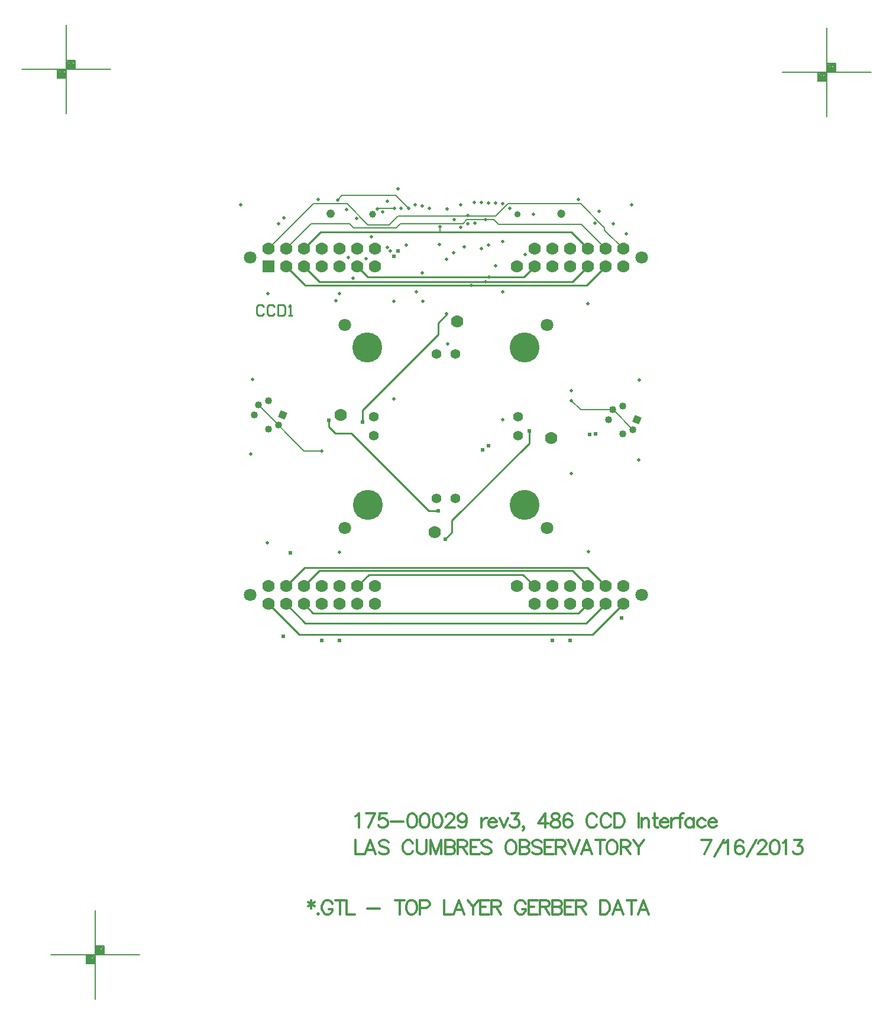
<source format=gtl>
%FSLAX23Y23*%
%MOIN*%
G70*
G01*
G75*
G04 Layer_Physical_Order=1*
G04 Layer_Color=255*
%ADD10C,0.008*%
%ADD11C,0.010*%
%ADD12C,0.010*%
%ADD13C,0.012*%
%ADD14C,0.012*%
%ADD15C,0.012*%
%ADD16P,0.057X4X202.5*%
%ADD17C,0.040*%
%ADD18C,0.070*%
%ADD19R,0.070X0.070*%
%ADD20C,0.055*%
%ADD21C,0.035*%
%ADD22C,0.039*%
%ADD23C,0.071*%
%ADD24C,0.169*%
%ADD25C,0.047*%
%ADD26C,0.048*%
%ADD27C,0.020*%
%ADD28C,0.024*%
D10*
X20394Y17518D02*
X20608D01*
X20595Y17629D02*
X20712Y17512D01*
X20405Y17629D02*
X20595D01*
X20152Y17376D02*
X20405Y17629D01*
X20834Y17512D02*
X20883Y17561D01*
X20712Y17512D02*
X20834D01*
X20883Y17561D02*
X21434D01*
X20895Y17518D02*
X21248D01*
X20872Y17495D02*
X20895Y17518D01*
X20631Y17495D02*
X20872D01*
X20608Y17518D02*
X20631Y17495D01*
X20869Y17676D02*
X20941Y17605D01*
X20567Y17676D02*
X20869D01*
X20541Y17650D02*
X20567Y17676D01*
X21504Y17631D02*
X21911D01*
X21434Y17561D02*
X21504Y17631D01*
X21911D02*
X22047Y17495D01*
X21915Y17514D02*
X22052Y17376D01*
X21269Y17539D02*
X21424D01*
X21449Y17514D01*
X21119Y17470D02*
Y17500D01*
X20354Y16238D02*
X20451D01*
X20252Y17376D02*
X20394Y17518D01*
X21248D02*
X21269Y17539D01*
X22047Y17482D02*
X22152Y17376D01*
X22047Y17482D02*
Y17495D01*
X21449Y17514D02*
X21915D01*
X20771Y17605D02*
X20862D01*
X20767Y17601D02*
X20771Y17605D01*
X22095Y16469D02*
X22207Y16357D01*
X21858Y16522D02*
X21911Y16469D01*
X22093D01*
X20096Y16496D02*
X20354Y16238D01*
X18927Y13402D02*
X19427D01*
X19177Y13152D02*
Y13652D01*
X19227Y13402D02*
Y13452D01*
X19177D02*
X19227D01*
X19127Y13352D02*
Y13402D01*
Y13352D02*
X19177D01*
X19132Y13397D02*
X19172D01*
X19132Y13357D02*
Y13397D01*
Y13357D02*
X19172D01*
Y13397D01*
X19137Y13392D02*
X19167D01*
X19137Y13362D02*
Y13392D01*
Y13362D02*
X19167D01*
Y13387D01*
X19142D02*
X19162D01*
X19142Y13367D02*
Y13387D01*
Y13367D02*
X19162D01*
Y13382D01*
X19147D02*
X19157D01*
X19147Y13372D02*
Y13382D01*
Y13372D02*
X19157D01*
Y13382D01*
X19147Y13377D02*
X19157D01*
X19182Y13447D02*
X19222D01*
X19182Y13407D02*
Y13447D01*
Y13407D02*
X19222D01*
Y13447D01*
X19187Y13442D02*
X19217D01*
X19187Y13412D02*
Y13442D01*
Y13412D02*
X19217D01*
Y13437D01*
X19192D02*
X19212D01*
X19192Y13417D02*
Y13437D01*
Y13417D02*
X19212D01*
Y13432D01*
X19197D02*
X19207D01*
X19197Y13422D02*
Y13432D01*
Y13422D02*
X19207D01*
Y13432D01*
X19197Y13427D02*
X19207D01*
X18763Y18387D02*
X19263D01*
X19013Y18137D02*
Y18637D01*
X19063Y18387D02*
Y18437D01*
X19013D02*
X19063D01*
X18963Y18337D02*
Y18387D01*
Y18337D02*
X19013D01*
X18968Y18382D02*
X19008D01*
X18968Y18342D02*
Y18382D01*
Y18342D02*
X19008D01*
Y18382D01*
X18973Y18377D02*
X19003D01*
X18973Y18347D02*
Y18377D01*
Y18347D02*
X19003D01*
Y18372D01*
X18978D02*
X18998D01*
X18978Y18352D02*
Y18372D01*
Y18352D02*
X18998D01*
Y18367D01*
X18983D02*
X18993D01*
X18983Y18357D02*
Y18367D01*
Y18357D02*
X18993D01*
Y18367D01*
X18983Y18362D02*
X18993D01*
X19018Y18432D02*
X19058D01*
X19018Y18392D02*
Y18432D01*
Y18392D02*
X19058D01*
Y18432D01*
X19023Y18427D02*
X19053D01*
X19023Y18397D02*
Y18427D01*
Y18397D02*
X19053D01*
Y18422D01*
X19028D02*
X19048D01*
X19028Y18402D02*
Y18422D01*
Y18402D02*
X19048D01*
Y18417D01*
X19033D02*
X19043D01*
X19033Y18407D02*
Y18417D01*
Y18407D02*
X19043D01*
Y18417D01*
X19033Y18412D02*
X19043D01*
X23049Y18371D02*
X23549D01*
X23299Y18121D02*
Y18621D01*
X23349Y18371D02*
Y18421D01*
X23299D02*
X23349D01*
X23249Y18321D02*
Y18371D01*
Y18321D02*
X23299D01*
X23254Y18366D02*
X23294D01*
X23254Y18326D02*
Y18366D01*
Y18326D02*
X23294D01*
Y18366D01*
X23259Y18361D02*
X23289D01*
X23259Y18331D02*
Y18361D01*
Y18331D02*
X23289D01*
Y18356D01*
X23264D02*
X23284D01*
X23264Y18336D02*
Y18356D01*
Y18336D02*
X23284D01*
Y18351D01*
X23269D02*
X23279D01*
X23269Y18341D02*
Y18351D01*
Y18341D02*
X23279D01*
Y18351D01*
X23269Y18346D02*
X23279D01*
X23304Y18416D02*
X23344D01*
X23304Y18376D02*
Y18416D01*
Y18376D02*
X23344D01*
Y18416D01*
X23309Y18411D02*
X23339D01*
X23309Y18381D02*
Y18411D01*
Y18381D02*
X23339D01*
Y18406D01*
X23314D02*
X23334D01*
X23314Y18386D02*
Y18406D01*
Y18386D02*
X23334D01*
Y18401D01*
X23319D02*
X23329D01*
X23319Y18391D02*
Y18401D01*
Y18391D02*
X23329D01*
Y18401D01*
X23319Y18396D02*
X23329D01*
D11*
X20529Y16337D02*
X20620D01*
X20491Y16375D02*
X20529Y16337D01*
X20491Y16375D02*
Y16411D01*
X20620Y16337D02*
X21056Y15900D01*
X21187Y15846D02*
X21623Y16282D01*
X21187Y15779D02*
Y15846D01*
X21150Y15742D02*
X21187Y15779D01*
X21108Y16895D02*
Y16958D01*
X20681Y16468D02*
X21108Y16895D01*
X20681Y16402D02*
Y16468D01*
X21623Y16282D02*
Y16351D01*
X21056Y15900D02*
X21110D01*
X21900Y15324D02*
X21952Y15376D01*
X20404Y15324D02*
X21900D01*
X20352Y15376D02*
X20404Y15324D01*
X20152Y15376D02*
X20325Y15203D01*
X21979D01*
X22152Y15376D01*
X20252D02*
X20360Y15268D01*
X21944D01*
X22052Y15376D01*
X20352Y17376D02*
X20446Y17470D01*
X21858D02*
X21952Y17376D01*
X20752Y17276D02*
X20760Y17284D01*
X20446Y17470D02*
X21119D01*
X21858D01*
X20652Y15476D02*
X20718Y15542D01*
X21586D01*
X21652Y15476D01*
X20352D02*
X20439Y15563D01*
X21866D01*
X21952Y15476D01*
X20252D02*
X20357Y15581D01*
X21948D01*
X22052Y15476D01*
X20352Y17276D02*
X20440Y17189D01*
X21865D02*
X21952Y17276D01*
X20252D02*
X20358Y17171D01*
X21947D02*
X22052Y17276D01*
X20652D02*
X20713Y17216D01*
X21592D02*
X21652Y17276D01*
X20713Y17216D02*
X21395D01*
X21592D01*
X20440Y17189D02*
X21865D01*
X20358Y17171D02*
X21947D01*
X21108Y16958D02*
X21159Y17009D01*
D12*
X20126Y17052D02*
X20116Y17062D01*
X20096D01*
X20086Y17052D01*
Y17012D01*
X20096Y17002D01*
X20116D01*
X20126Y17012D01*
X20186Y17052D02*
X20176Y17062D01*
X20156D01*
X20146Y17052D01*
Y17012D01*
X20156Y17002D01*
X20176D01*
X20186Y17012D01*
X20206Y17062D02*
Y17002D01*
X20236D01*
X20246Y17012D01*
Y17052D01*
X20236Y17062D01*
X20206D01*
X20266Y17002D02*
X20286D01*
X20276D01*
Y17062D01*
X20266Y17052D01*
D13*
X20394Y13707D02*
Y13662D01*
X20375Y13696D02*
X20413Y13673D01*
Y13696D02*
X20375Y13673D01*
X20433Y13635D02*
X20429Y13631D01*
X20433Y13627D01*
X20437Y13631D01*
X20433Y13635D01*
X20511Y13688D02*
X20508Y13696D01*
X20500Y13703D01*
X20492Y13707D01*
X20477D01*
X20470Y13703D01*
X20462Y13696D01*
X20458Y13688D01*
X20454Y13677D01*
Y13658D01*
X20458Y13646D01*
X20462Y13639D01*
X20470Y13631D01*
X20477Y13627D01*
X20492D01*
X20500Y13631D01*
X20508Y13639D01*
X20511Y13646D01*
Y13658D01*
X20492D02*
X20511D01*
X20556Y13707D02*
Y13627D01*
X20530Y13707D02*
X20583D01*
X20593D02*
Y13627D01*
X20638D01*
X20710Y13662D02*
X20778D01*
X20892Y13707D02*
Y13627D01*
X20865Y13707D02*
X20918D01*
X20951D02*
X20943Y13703D01*
X20935Y13696D01*
X20932Y13688D01*
X20928Y13677D01*
Y13658D01*
X20932Y13646D01*
X20935Y13639D01*
X20943Y13631D01*
X20951Y13627D01*
X20966D01*
X20973Y13631D01*
X20981Y13639D01*
X20985Y13646D01*
X20989Y13658D01*
Y13677D01*
X20985Y13688D01*
X20981Y13696D01*
X20973Y13703D01*
X20966Y13707D01*
X20951D01*
X21007Y13665D02*
X21042D01*
X21053Y13669D01*
X21057Y13673D01*
X21061Y13681D01*
Y13692D01*
X21057Y13700D01*
X21053Y13703D01*
X21042Y13707D01*
X21007D01*
Y13627D01*
X21141Y13707D02*
Y13627D01*
X21187D01*
X21257D02*
X21226Y13707D01*
X21196Y13627D01*
X21207Y13654D02*
X21245D01*
X21276Y13707D02*
X21306Y13669D01*
Y13627D01*
X21336Y13707D02*
X21306Y13669D01*
X21396Y13707D02*
X21347D01*
Y13627D01*
X21396D01*
X21347Y13669D02*
X21377D01*
X21410Y13707D02*
Y13627D01*
Y13707D02*
X21444D01*
X21455Y13703D01*
X21459Y13700D01*
X21463Y13692D01*
Y13684D01*
X21459Y13677D01*
X21455Y13673D01*
X21444Y13669D01*
X21410D01*
X21436D02*
X21463Y13627D01*
X21601Y13688D02*
X21597Y13696D01*
X21589Y13703D01*
X21582Y13707D01*
X21567D01*
X21559Y13703D01*
X21551Y13696D01*
X21547Y13688D01*
X21544Y13677D01*
Y13658D01*
X21547Y13646D01*
X21551Y13639D01*
X21559Y13631D01*
X21567Y13627D01*
X21582D01*
X21589Y13631D01*
X21597Y13639D01*
X21601Y13646D01*
Y13658D01*
X21582D02*
X21601D01*
X21669Y13707D02*
X21619D01*
Y13627D01*
X21669D01*
X21619Y13669D02*
X21650D01*
X21682Y13707D02*
Y13627D01*
Y13707D02*
X21716D01*
X21728Y13703D01*
X21731Y13700D01*
X21735Y13692D01*
Y13684D01*
X21731Y13677D01*
X21728Y13673D01*
X21716Y13669D01*
X21682D01*
X21709D02*
X21735Y13627D01*
X21753Y13707D02*
Y13627D01*
Y13707D02*
X21787D01*
X21799Y13703D01*
X21803Y13700D01*
X21806Y13692D01*
Y13684D01*
X21803Y13677D01*
X21799Y13673D01*
X21787Y13669D01*
X21753D02*
X21787D01*
X21799Y13665D01*
X21803Y13662D01*
X21806Y13654D01*
Y13643D01*
X21803Y13635D01*
X21799Y13631D01*
X21787Y13627D01*
X21753D01*
X21874Y13707D02*
X21824D01*
Y13627D01*
X21874D01*
X21824Y13669D02*
X21855D01*
X21887Y13707D02*
Y13627D01*
Y13707D02*
X21921D01*
X21933Y13703D01*
X21937Y13700D01*
X21941Y13692D01*
Y13684D01*
X21937Y13677D01*
X21933Y13673D01*
X21921Y13669D01*
X21887D01*
X21914D02*
X21941Y13627D01*
X22021Y13707D02*
Y13627D01*
Y13707D02*
X22048D01*
X22059Y13703D01*
X22067Y13696D01*
X22071Y13688D01*
X22075Y13677D01*
Y13658D01*
X22071Y13646D01*
X22067Y13639D01*
X22059Y13631D01*
X22048Y13627D01*
X22021D01*
X22153D02*
X22123Y13707D01*
X22092Y13627D01*
X22104Y13654D02*
X22142D01*
X22199Y13707D02*
Y13627D01*
X22172Y13707D02*
X22225D01*
X22296Y13627D02*
X22265Y13707D01*
X22235Y13627D01*
X22246Y13654D02*
X22284D01*
D14*
X20642Y14046D02*
Y13966D01*
X20688D01*
X20757D02*
X20727Y14046D01*
X20697Y13966D01*
X20708Y13992D02*
X20746D01*
X20829Y14034D02*
X20822Y14042D01*
X20810Y14046D01*
X20795D01*
X20784Y14042D01*
X20776Y14034D01*
Y14026D01*
X20780Y14019D01*
X20784Y14015D01*
X20791Y14011D01*
X20814Y14004D01*
X20822Y14000D01*
X20826Y13996D01*
X20829Y13988D01*
Y13977D01*
X20822Y13969D01*
X20810Y13966D01*
X20795D01*
X20784Y13969D01*
X20776Y13977D01*
X20967Y14026D02*
X20964Y14034D01*
X20956Y14042D01*
X20948Y14046D01*
X20933D01*
X20925Y14042D01*
X20918Y14034D01*
X20914Y14026D01*
X20910Y14015D01*
Y13996D01*
X20914Y13985D01*
X20918Y13977D01*
X20925Y13969D01*
X20933Y13966D01*
X20948D01*
X20956Y13969D01*
X20964Y13977D01*
X20967Y13985D01*
X20990Y14046D02*
Y13988D01*
X20994Y13977D01*
X21001Y13969D01*
X21013Y13966D01*
X21020D01*
X21032Y13969D01*
X21039Y13977D01*
X21043Y13988D01*
Y14046D01*
X21065D02*
Y13966D01*
Y14046D02*
X21096Y13966D01*
X21126Y14046D02*
X21096Y13966D01*
X21126Y14046D02*
Y13966D01*
X21149Y14046D02*
Y13966D01*
Y14046D02*
X21183D01*
X21195Y14042D01*
X21198Y14038D01*
X21202Y14030D01*
Y14023D01*
X21198Y14015D01*
X21195Y14011D01*
X21183Y14007D01*
X21149D02*
X21183D01*
X21195Y14004D01*
X21198Y14000D01*
X21202Y13992D01*
Y13981D01*
X21198Y13973D01*
X21195Y13969D01*
X21183Y13966D01*
X21149D01*
X21220Y14046D02*
Y13966D01*
Y14046D02*
X21254D01*
X21266Y14042D01*
X21270Y14038D01*
X21274Y14030D01*
Y14023D01*
X21270Y14015D01*
X21266Y14011D01*
X21254Y14007D01*
X21220D01*
X21247D02*
X21274Y13966D01*
X21341Y14046D02*
X21291D01*
Y13966D01*
X21341D01*
X21291Y14007D02*
X21322D01*
X21408Y14034D02*
X21400Y14042D01*
X21389Y14046D01*
X21373D01*
X21362Y14042D01*
X21354Y14034D01*
Y14026D01*
X21358Y14019D01*
X21362Y14015D01*
X21370Y14011D01*
X21392Y14004D01*
X21400Y14000D01*
X21404Y13996D01*
X21408Y13988D01*
Y13977D01*
X21400Y13969D01*
X21389Y13966D01*
X21373D01*
X21362Y13969D01*
X21354Y13977D01*
X21511Y14046D02*
X21504Y14042D01*
X21496Y14034D01*
X21492Y14026D01*
X21488Y14015D01*
Y13996D01*
X21492Y13985D01*
X21496Y13977D01*
X21504Y13969D01*
X21511Y13966D01*
X21526D01*
X21534Y13969D01*
X21542Y13977D01*
X21545Y13985D01*
X21549Y13996D01*
Y14015D01*
X21545Y14026D01*
X21542Y14034D01*
X21534Y14042D01*
X21526Y14046D01*
X21511D01*
X21568D02*
Y13966D01*
Y14046D02*
X21602D01*
X21614Y14042D01*
X21617Y14038D01*
X21621Y14030D01*
Y14023D01*
X21617Y14015D01*
X21614Y14011D01*
X21602Y14007D01*
X21568D02*
X21602D01*
X21614Y14004D01*
X21617Y14000D01*
X21621Y13992D01*
Y13981D01*
X21617Y13973D01*
X21614Y13969D01*
X21602Y13966D01*
X21568D01*
X21692Y14034D02*
X21685Y14042D01*
X21673Y14046D01*
X21658D01*
X21647Y14042D01*
X21639Y14034D01*
Y14026D01*
X21643Y14019D01*
X21647Y14015D01*
X21654Y14011D01*
X21677Y14004D01*
X21685Y14000D01*
X21689Y13996D01*
X21692Y13988D01*
Y13977D01*
X21685Y13969D01*
X21673Y13966D01*
X21658D01*
X21647Y13969D01*
X21639Y13977D01*
X21760Y14046D02*
X21710D01*
Y13966D01*
X21760D01*
X21710Y14007D02*
X21741D01*
X21773Y14046D02*
Y13966D01*
Y14046D02*
X21808D01*
X21819Y14042D01*
X21823Y14038D01*
X21827Y14030D01*
Y14023D01*
X21823Y14015D01*
X21819Y14011D01*
X21808Y14007D01*
X21773D01*
X21800D02*
X21827Y13966D01*
X21844Y14046D02*
X21875Y13966D01*
X21905Y14046D02*
X21875Y13966D01*
X21977D02*
X21946Y14046D01*
X21916Y13966D01*
X21927Y13992D02*
X21965D01*
X22022Y14046D02*
Y13966D01*
X21995Y14046D02*
X22049D01*
X22081D02*
X22073Y14042D01*
X22066Y14034D01*
X22062Y14026D01*
X22058Y14015D01*
Y13996D01*
X22062Y13985D01*
X22066Y13977D01*
X22073Y13969D01*
X22081Y13966D01*
X22096D01*
X22104Y13969D01*
X22111Y13977D01*
X22115Y13985D01*
X22119Y13996D01*
Y14015D01*
X22115Y14026D01*
X22111Y14034D01*
X22104Y14042D01*
X22096Y14046D01*
X22081D01*
X22138D02*
Y13966D01*
Y14046D02*
X22172D01*
X22183Y14042D01*
X22187Y14038D01*
X22191Y14030D01*
Y14023D01*
X22187Y14015D01*
X22183Y14011D01*
X22172Y14007D01*
X22138D01*
X22164D02*
X22191Y13966D01*
X22209Y14046D02*
X22239Y14007D01*
Y13966D01*
X22270Y14046D02*
X22239Y14007D01*
X22648Y14046D02*
X22610Y13966D01*
X22594Y14046D02*
X22648D01*
X22666Y13954D02*
X22719Y14046D01*
X22724Y14030D02*
X22732Y14034D01*
X22743Y14046D01*
Y13966D01*
X22829Y14034D02*
X22825Y14042D01*
X22813Y14046D01*
X22806D01*
X22794Y14042D01*
X22787Y14030D01*
X22783Y14011D01*
Y13992D01*
X22787Y13977D01*
X22794Y13969D01*
X22806Y13966D01*
X22810D01*
X22821Y13969D01*
X22829Y13977D01*
X22832Y13988D01*
Y13992D01*
X22829Y14004D01*
X22821Y14011D01*
X22810Y14015D01*
X22806D01*
X22794Y14011D01*
X22787Y14004D01*
X22783Y13992D01*
X22850Y13954D02*
X22903Y14046D01*
X22912Y14026D02*
Y14030D01*
X22916Y14038D01*
X22920Y14042D01*
X22928Y14046D01*
X22943D01*
X22951Y14042D01*
X22954Y14038D01*
X22958Y14030D01*
Y14023D01*
X22954Y14015D01*
X22947Y14004D01*
X22909Y13966D01*
X22962D01*
X23003Y14046D02*
X22991Y14042D01*
X22984Y14030D01*
X22980Y14011D01*
Y14000D01*
X22984Y13981D01*
X22991Y13969D01*
X23003Y13966D01*
X23010D01*
X23022Y13969D01*
X23029Y13981D01*
X23033Y14000D01*
Y14011D01*
X23029Y14030D01*
X23022Y14042D01*
X23010Y14046D01*
X23003D01*
X23051Y14030D02*
X23059Y14034D01*
X23070Y14046D01*
Y13966D01*
X23117Y14046D02*
X23159D01*
X23136Y14015D01*
X23148D01*
X23155Y14011D01*
X23159Y14007D01*
X23163Y13996D01*
Y13988D01*
X23159Y13977D01*
X23152Y13969D01*
X23140Y13966D01*
X23129D01*
X23117Y13969D01*
X23114Y13973D01*
X23110Y13981D01*
D15*
X20642Y14180D02*
X20650Y14184D01*
X20661Y14196D01*
Y14116D01*
X20754Y14196D02*
X20716Y14116D01*
X20701Y14196D02*
X20754D01*
X20818D02*
X20780D01*
X20776Y14161D01*
X20780Y14165D01*
X20791Y14169D01*
X20802D01*
X20814Y14165D01*
X20821Y14157D01*
X20825Y14146D01*
Y14138D01*
X20821Y14127D01*
X20814Y14119D01*
X20802Y14116D01*
X20791D01*
X20780Y14119D01*
X20776Y14123D01*
X20772Y14131D01*
X20843Y14150D02*
X20912D01*
X20958Y14196D02*
X20947Y14192D01*
X20939Y14180D01*
X20935Y14161D01*
Y14150D01*
X20939Y14131D01*
X20947Y14119D01*
X20958Y14116D01*
X20966D01*
X20977Y14119D01*
X20985Y14131D01*
X20989Y14150D01*
Y14161D01*
X20985Y14180D01*
X20977Y14192D01*
X20966Y14196D01*
X20958D01*
X21029D02*
X21018Y14192D01*
X21010Y14180D01*
X21007Y14161D01*
Y14150D01*
X21010Y14131D01*
X21018Y14119D01*
X21029Y14116D01*
X21037D01*
X21048Y14119D01*
X21056Y14131D01*
X21060Y14150D01*
Y14161D01*
X21056Y14180D01*
X21048Y14192D01*
X21037Y14196D01*
X21029D01*
X21101D02*
X21089Y14192D01*
X21082Y14180D01*
X21078Y14161D01*
Y14150D01*
X21082Y14131D01*
X21089Y14119D01*
X21101Y14116D01*
X21108D01*
X21120Y14119D01*
X21127Y14131D01*
X21131Y14150D01*
Y14161D01*
X21127Y14180D01*
X21120Y14192D01*
X21108Y14196D01*
X21101D01*
X21153Y14176D02*
Y14180D01*
X21157Y14188D01*
X21160Y14192D01*
X21168Y14196D01*
X21183D01*
X21191Y14192D01*
X21195Y14188D01*
X21198Y14180D01*
Y14173D01*
X21195Y14165D01*
X21187Y14154D01*
X21149Y14116D01*
X21202D01*
X21270Y14169D02*
X21266Y14157D01*
X21258Y14150D01*
X21247Y14146D01*
X21243D01*
X21232Y14150D01*
X21224Y14157D01*
X21220Y14169D01*
Y14173D01*
X21224Y14184D01*
X21232Y14192D01*
X21243Y14196D01*
X21247D01*
X21258Y14192D01*
X21266Y14184D01*
X21270Y14169D01*
Y14150D01*
X21266Y14131D01*
X21258Y14119D01*
X21247Y14116D01*
X21239D01*
X21228Y14119D01*
X21224Y14127D01*
X21354Y14169D02*
Y14116D01*
Y14146D02*
X21358Y14157D01*
X21366Y14165D01*
X21373Y14169D01*
X21385D01*
X21392Y14146D02*
X21438D01*
Y14154D01*
X21434Y14161D01*
X21430Y14165D01*
X21422Y14169D01*
X21411D01*
X21403Y14165D01*
X21396Y14157D01*
X21392Y14146D01*
Y14138D01*
X21396Y14127D01*
X21403Y14119D01*
X21411Y14116D01*
X21422D01*
X21430Y14119D01*
X21438Y14127D01*
X21455Y14169D02*
X21478Y14116D01*
X21501Y14169D02*
X21478Y14116D01*
X21521Y14196D02*
X21563D01*
X21540Y14165D01*
X21552D01*
X21559Y14161D01*
X21563Y14157D01*
X21567Y14146D01*
Y14138D01*
X21563Y14127D01*
X21555Y14119D01*
X21544Y14116D01*
X21533D01*
X21521Y14119D01*
X21517Y14123D01*
X21513Y14131D01*
X21592Y14119D02*
X21589Y14116D01*
X21585Y14119D01*
X21589Y14123D01*
X21592Y14119D01*
Y14112D01*
X21589Y14104D01*
X21585Y14100D01*
X21711Y14196D02*
X21673Y14142D01*
X21730D01*
X21711Y14196D02*
Y14116D01*
X21763Y14196D02*
X21752Y14192D01*
X21748Y14184D01*
Y14176D01*
X21752Y14169D01*
X21759Y14165D01*
X21774Y14161D01*
X21786Y14157D01*
X21793Y14150D01*
X21797Y14142D01*
Y14131D01*
X21793Y14123D01*
X21790Y14119D01*
X21778Y14116D01*
X21763D01*
X21752Y14119D01*
X21748Y14123D01*
X21744Y14131D01*
Y14142D01*
X21748Y14150D01*
X21755Y14157D01*
X21767Y14161D01*
X21782Y14165D01*
X21790Y14169D01*
X21793Y14176D01*
Y14184D01*
X21790Y14192D01*
X21778Y14196D01*
X21763D01*
X21861Y14184D02*
X21857Y14192D01*
X21846Y14196D01*
X21838D01*
X21827Y14192D01*
X21819Y14180D01*
X21815Y14161D01*
Y14142D01*
X21819Y14127D01*
X21827Y14119D01*
X21838Y14116D01*
X21842D01*
X21853Y14119D01*
X21861Y14127D01*
X21865Y14138D01*
Y14142D01*
X21861Y14154D01*
X21853Y14161D01*
X21842Y14165D01*
X21838D01*
X21827Y14161D01*
X21819Y14154D01*
X21815Y14142D01*
X22002Y14176D02*
X21998Y14184D01*
X21991Y14192D01*
X21983Y14196D01*
X21968D01*
X21960Y14192D01*
X21953Y14184D01*
X21949Y14176D01*
X21945Y14165D01*
Y14146D01*
X21949Y14135D01*
X21953Y14127D01*
X21960Y14119D01*
X21968Y14116D01*
X21983D01*
X21991Y14119D01*
X21998Y14127D01*
X22002Y14135D01*
X22082Y14176D02*
X22078Y14184D01*
X22070Y14192D01*
X22063Y14196D01*
X22047D01*
X22040Y14192D01*
X22032Y14184D01*
X22028Y14176D01*
X22025Y14165D01*
Y14146D01*
X22028Y14135D01*
X22032Y14127D01*
X22040Y14119D01*
X22047Y14116D01*
X22063D01*
X22070Y14119D01*
X22078Y14127D01*
X22082Y14135D01*
X22104Y14196D02*
Y14116D01*
Y14196D02*
X22131D01*
X22142Y14192D01*
X22150Y14184D01*
X22154Y14176D01*
X22158Y14165D01*
Y14146D01*
X22154Y14135D01*
X22150Y14127D01*
X22142Y14119D01*
X22131Y14116D01*
X22104D01*
X22238Y14196D02*
Y14116D01*
X22255Y14169D02*
Y14116D01*
Y14154D02*
X22266Y14165D01*
X22274Y14169D01*
X22286D01*
X22293Y14165D01*
X22297Y14154D01*
Y14116D01*
X22329Y14196D02*
Y14131D01*
X22333Y14119D01*
X22341Y14116D01*
X22348D01*
X22318Y14169D02*
X22345D01*
X22360Y14146D02*
X22405D01*
Y14154D01*
X22402Y14161D01*
X22398Y14165D01*
X22390Y14169D01*
X22379D01*
X22371Y14165D01*
X22364Y14157D01*
X22360Y14146D01*
Y14138D01*
X22364Y14127D01*
X22371Y14119D01*
X22379Y14116D01*
X22390D01*
X22398Y14119D01*
X22405Y14127D01*
X22423Y14169D02*
Y14116D01*
Y14146D02*
X22426Y14157D01*
X22434Y14165D01*
X22442Y14169D01*
X22453D01*
X22491Y14196D02*
X22483D01*
X22476Y14192D01*
X22472Y14180D01*
Y14116D01*
X22460Y14169D02*
X22487D01*
X22548D02*
Y14116D01*
Y14157D02*
X22540Y14165D01*
X22533Y14169D01*
X22521D01*
X22514Y14165D01*
X22506Y14157D01*
X22502Y14146D01*
Y14138D01*
X22506Y14127D01*
X22514Y14119D01*
X22521Y14116D01*
X22533D01*
X22540Y14119D01*
X22548Y14127D01*
X22615Y14157D02*
X22607Y14165D01*
X22600Y14169D01*
X22588D01*
X22581Y14165D01*
X22573Y14157D01*
X22569Y14146D01*
Y14138D01*
X22573Y14127D01*
X22581Y14119D01*
X22588Y14116D01*
X22600D01*
X22607Y14119D01*
X22615Y14127D01*
X22632Y14146D02*
X22678D01*
Y14154D01*
X22674Y14161D01*
X22670Y14165D01*
X22663Y14169D01*
X22651D01*
X22644Y14165D01*
X22636Y14157D01*
X22632Y14146D01*
Y14138D01*
X22636Y14127D01*
X22644Y14119D01*
X22651Y14116D01*
X22663D01*
X22670Y14119D01*
X22678Y14127D01*
D16*
X20232Y16441D02*
D03*
X22229Y16414D02*
D03*
D17*
X20210Y16384D02*
D03*
X20152Y16360D02*
D03*
X20071Y16440D02*
D03*
X20096Y16496D02*
D03*
X20152Y16519D02*
D03*
X22207Y16357D02*
D03*
X22149Y16333D02*
D03*
X22068Y16413D02*
D03*
X22093Y16469D02*
D03*
X22149Y16492D02*
D03*
D18*
X21217Y16968D02*
D03*
X20252Y17276D02*
D03*
X20352D02*
D03*
X20452D02*
D03*
X20552D02*
D03*
X20652D02*
D03*
X20752D02*
D03*
X21552D02*
D03*
X21652D02*
D03*
X21752D02*
D03*
X21852D02*
D03*
X21952D02*
D03*
X22052D02*
D03*
X22152D02*
D03*
X20152Y17376D02*
D03*
X20252D02*
D03*
X20352D02*
D03*
X20452D02*
D03*
X20552D02*
D03*
X20652D02*
D03*
X20752D02*
D03*
X21652D02*
D03*
X21752D02*
D03*
X21852D02*
D03*
X21952D02*
D03*
X22052D02*
D03*
X22152D02*
D03*
X20152Y15476D02*
D03*
X20252D02*
D03*
X20352D02*
D03*
X20452D02*
D03*
X20552D02*
D03*
X20652D02*
D03*
X20752D02*
D03*
X21552D02*
D03*
X21652D02*
D03*
X21752D02*
D03*
X21852D02*
D03*
X21952D02*
D03*
X22052D02*
D03*
X22152D02*
D03*
X20152Y15376D02*
D03*
X20252D02*
D03*
X20352D02*
D03*
X20452D02*
D03*
X20552D02*
D03*
X20652D02*
D03*
X20752D02*
D03*
X21652D02*
D03*
X21752D02*
D03*
X21852D02*
D03*
X21952D02*
D03*
X22052D02*
D03*
X22152D02*
D03*
X21746Y16310D02*
D03*
X21088Y15781D02*
D03*
X20559Y16439D02*
D03*
D19*
X20152Y17276D02*
D03*
D20*
X21205Y16783D02*
D03*
X21559Y16429D02*
D03*
X20746Y16323D02*
D03*
X21099Y15970D02*
D03*
X20746Y16429D02*
D03*
X21099Y16783D02*
D03*
X21205Y15970D02*
D03*
X21559Y16323D02*
D03*
D21*
X21557Y17569D02*
D03*
D22*
X20738D02*
D03*
D23*
X22255Y15426D02*
D03*
X20050D02*
D03*
X22255Y17326D02*
D03*
X21723Y16947D02*
D03*
Y15805D02*
D03*
X20581D02*
D03*
X20050Y17326D02*
D03*
X20581Y16947D02*
D03*
D24*
X20714Y15935D02*
D03*
X21595Y15933D02*
D03*
X20709Y16819D02*
D03*
X21595D02*
D03*
D25*
X21802Y17573D02*
D03*
D26*
X20503D02*
D03*
D27*
X20592Y17596D02*
D03*
X21163Y16841D02*
D03*
X20839Y17363D02*
D03*
X20823Y17384D02*
D03*
X21119Y17500D02*
D03*
X20551Y15668D02*
D03*
X20146Y15721D02*
D03*
X20553Y17124D02*
D03*
X20148D02*
D03*
X20451Y16238D02*
D03*
X20980Y17625D02*
D03*
X21058Y17604D02*
D03*
X21022Y17082D02*
D03*
X19995Y17624D02*
D03*
X20858Y16531D02*
D03*
Y17079D02*
D03*
X20900Y17603D02*
D03*
X22199Y17623D02*
D03*
X20986Y17135D02*
D03*
X21472Y17134D02*
D03*
Y16415D02*
D03*
X21859Y16578D02*
D03*
Y16109D02*
D03*
X21393Y17396D02*
D03*
X21395Y17216D02*
D03*
X21393Y17635D02*
D03*
X21375Y17190D02*
D03*
X21314Y17636D02*
D03*
X21297Y17170D02*
D03*
X21275Y17518D02*
D03*
X20210D02*
D03*
X21473Y17630D02*
D03*
X21899Y17655D02*
D03*
X21354Y17637D02*
D03*
X21354Y17376D02*
D03*
X21433Y17633D02*
D03*
Y17279D02*
D03*
X21472Y17418D02*
D03*
X20823Y17645D02*
D03*
X21158Y17602D02*
D03*
X21511Y17604D02*
D03*
X21195Y17354D02*
D03*
X21598Y17344D02*
D03*
X21237Y17623D02*
D03*
X20796Y17584D02*
D03*
X21155Y17316D02*
D03*
X20702Y17319D02*
D03*
X20649Y17548D02*
D03*
X21198Y17542D02*
D03*
X20604Y17326D02*
D03*
X21315Y17520D02*
D03*
X21994D02*
D03*
X21236Y17497D02*
D03*
X22096Y17517D02*
D03*
X21276Y17563D02*
D03*
X21375Y17541D02*
D03*
X20882Y17715D02*
D03*
X20941Y17605D02*
D03*
X20541Y17650D02*
D03*
X21019Y17618D02*
D03*
Y17242D02*
D03*
X20628Y17212D02*
D03*
X20862Y17605D02*
D03*
X20767Y17601D02*
D03*
X20733Y17443D02*
D03*
X21858Y16522D02*
D03*
X22240Y16187D02*
D03*
X22241Y16636D02*
D03*
X22168Y17460D02*
D03*
X22016Y17588D02*
D03*
X21645Y17572D02*
D03*
X20432Y17653D02*
D03*
X20238Y17550D02*
D03*
X20534Y17085D02*
D03*
X20062Y16642D02*
D03*
X20054Y16222D02*
D03*
X21957Y15669D02*
D03*
X21951Y17066D02*
D03*
X21256Y17388D02*
D03*
X21115Y17399D02*
D03*
X20930Y17397D02*
D03*
X21157Y17011D02*
D03*
D28*
X20681Y16402D02*
D03*
X20491Y16411D02*
D03*
X21110Y15900D02*
D03*
X21150Y15742D02*
D03*
X21623Y16351D02*
D03*
X20275Y15664D02*
D03*
X20236Y15194D02*
D03*
X22141Y15298D02*
D03*
X21752Y15170D02*
D03*
X21852Y15169D02*
D03*
X20452Y15172D02*
D03*
X20552Y15170D02*
D03*
X21995Y16333D02*
D03*
X21962Y16330D02*
D03*
X20882Y17364D02*
D03*
X21360Y16245D02*
D03*
X20859Y17334D02*
D03*
X21391Y16266D02*
D03*
M02*

</source>
